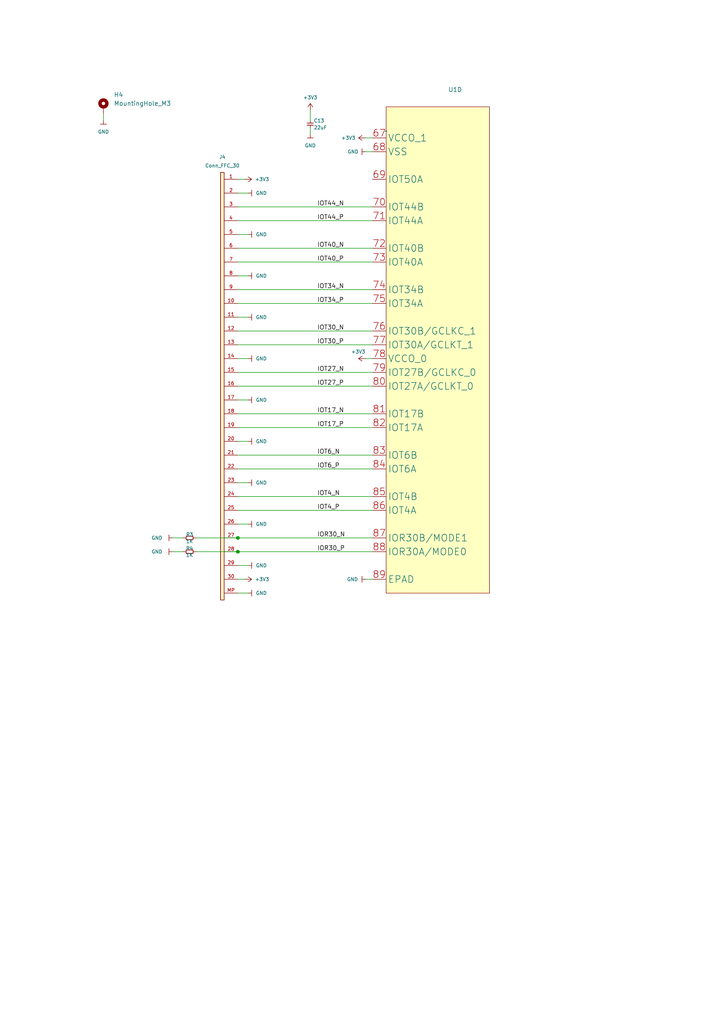
<source format=kicad_sch>
(kicad_sch (version 20231120) (generator "eeschema") (generator_version "8.0")
  (paper "A4" portrait)
  (lib_symbols
    (symbol "AI6YP:+3V3" (power) (pin_names (offset 0))
      (property "Value" "+3V3" (at 0 4 0))
      (symbol "+3V3_0_1"
        (polyline (pts (xy 0 0) (xy 0 2)))
        (polyline (pts (xy -0.7 1) (xy 0 2) (xy 0.7 1)))
      )
      (symbol "+3V3_1_1"
        (pin power_in line (at 0 0 90) (length 0) hide (name "+3V3") (number "1"))
      )
    )
    (symbol "AI6YP:C" (pin_numbers hide) (pin_names (offset 0.254))
      (property "Reference" "C" (at 1 2 0))
      (property "Value" "C" (at 1 -2 0))
      (symbol "C_1_1"
        (polyline (pts (xy -0.9 -0.3) (xy 0.9 -0.3)) (stroke (width 0.2)))
        (polyline (pts (xy -0.9 0.3) (xy 0.9 0.3)) (stroke (width 0.2)))
        (pin passive line (at 0 1 270) (length 0.7) (name "~") (number "1"))
        (pin passive line (at 0 -1 90) (length 0.7) (name "~") (number "2"))
      )
    )
    (symbol "AI6YP:Conn_FFC_30" (pin_names (offset 1.016) hide)
      (property "Reference" "J" (at -20 65 0))
      (property "Value" "Conn_FFC_30" (at -20 -68 0))
      (symbol "Conn_FFC_30_1_1"
        (rectangle (start -20 62) (end -19 -62) (stroke (width 0.2)) (fill (type background)))
        (pin passive line (at -15 60 180) (length 4) (name "Pin_1") (number "1"))
        (pin passive line (at -15 24 180) (length 4) (name "Pin_10") (number "10"))
        (pin passive line (at -15 20 180) (length 4) (name "Pin_11") (number "11"))
        (pin passive line (at -15 16 180) (length 4) (name "Pin_12") (number "12"))
        (pin passive line (at -15 12 180) (length 4) (name "Pin_13") (number "13"))
        (pin passive line (at -15 8 180) (length 4) (name "Pin_14") (number "14"))
        (pin passive line (at -15 4 180) (length 4) (name "Pin_15") (number "15"))
        (pin passive line (at -15 0 180) (length 4) (name "Pin_16") (number "16"))
        (pin passive line (at -15 -4 180) (length 4) (name "Pin_17") (number "17"))
        (pin passive line (at -15 -8 180) (length 4) (name "Pin_18") (number "18"))
        (pin passive line (at -15 -12 180) (length 4) (name "Pin_19") (number "19"))
        (pin passive line (at -15 56 180) (length 4) (name "Pin_2") (number "2"))
        (pin passive line (at -15 -16 180) (length 4) (name "Pin_20") (number "20"))
        (pin passive line (at -15 -20 180) (length 4) (name "Pin_21") (number "21"))
        (pin passive line (at -15 -24 180) (length 4) (name "Pin_22") (number "22"))
        (pin passive line (at -15 -28 180) (length 4) (name "Pin_23") (number "23"))
        (pin passive line (at -15 -32 180) (length 4) (name "Pin_24") (number "24"))
        (pin passive line (at -15 -36 180) (length 4) (name "Pin_25") (number "25"))
        (pin passive line (at -15 -40 180) (length 4) (name "Pin_26") (number "26"))
        (pin passive line (at -15 -44 180) (length 4) (name "Pin_27") (number "27"))
        (pin passive line (at -15 -48 180) (length 4) (name "Pin_28") (number "28"))
        (pin passive line (at -15 -52 180) (length 4) (name "Pin_29") (number "29"))
        (pin passive line (at -15 52 180) (length 4) (name "Pin_3") (number "3"))
        (pin passive line (at -15 -56 180) (length 4) (name "Pin_30") (number "30"))
        (pin passive line (at -15 48 180) (length 4) (name "Pin_4") (number "4"))
        (pin passive line (at -15 44 180) (length 4) (name "Pin_5") (number "5"))
        (pin passive line (at -15 40 180) (length 4) (name "Pin_6") (number "6"))
        (pin passive line (at -15 36 180) (length 4) (name "Pin_7") (number "7"))
        (pin passive line (at -15 32 180) (length 4) (name "Pin_8") (number "8"))
        (pin passive line (at -15 28 180) (length 4) (name "Pin_9") (number "9"))
        (pin passive line (at -15 -60 180) (length 4) (name "Pin_MP") (number "MP"))
      )
    )
    (symbol "AI6YP:GND" (power) (pin_names (offset 0))
      (property "Value" "GND" (at 0 -2 0))
      (symbol "GND_0_1"
        (polyline (pts (xy -0.9 -1) (xy 0.9 -1)))
        (polyline (pts (xy 0 0) (xy 0 -1)))
      )
      (symbol "GND_1_1"
        (pin power_in line (at 0 0 270) (length 0) hide (name "GND") (number "1"))
      )
    )
    (symbol "AI6YP:GW2AR-88" (pin_names (offset 0.5))
      (property "Reference" "U" (at 15 -118 0))
      (symbol "GW2AR-88_1_1"
        (rectangle (start 0 4) (end 40 -126) (fill (type background)))
        (pin power_in line (at -4 0 0) (length 4) (name "VCORE") (number "1"))
        (pin bidirectional line (at -4 -60 0) (length 4) (name "IOL29A/GCLKT_6") (number "10"))
        (pin bidirectional line (at -4 -64 0) (length 4) (name "IOL29B/GCLKC_6") (number "11"))
        (pin power_in line (at -4 -68 0) (length 4) (name "VCCX/VCCO_2/6/7") (number "12"))
        (pin bidirectional line (at -4 -72 0) (length 4) (name "IOL45A/LPLL2_T_in") (number "13"))
        (pin power_in line (at -4 -76 0) (length 4) (name "VCCPLLL_1") (number "14"))
        (pin bidirectional line (at -4 -84 0) (length 4) (name "IOL47A/LPLL2_T_fb") (number "15"))
        (pin bidirectional line (at -4 -88 0) (length 4) (name "IOL47B/LPLL2_C_fb") (number "16"))
        (pin bidirectional line (at -4 -96 0) (length 4) (name "IOL49A") (number "17"))
        (pin bidirectional line (at -4 -100 0) (length 4) (name "IOL49B") (number "18"))
        (pin bidirectional line (at -4 -108 0) (length 4) (name "IOL51A") (number "19"))
        (pin power_in line (at -4 -4 0) (length 4) (name "VSS") (number "2"))
        (pin bidirectional line (at -4 -112 0) (length 4) (name "IOL51B") (number "20"))
        (pin bidirectional line (at -4 -116 0) (length 4) (name "VSS") (number "21"))
        (pin bidirectional line (at -4 -120 0) (length 4) (name "VCORE") (number "22"))
        (pin bidirectional line (at -4 -8 0) (length 4) (name "VCCX/VCCO_2/6/7") (number "3"))
        (pin bidirectional line (at -4 -24 0) (length 4) (name "IOL7a/LPLL1_T_in") (number "4"))
        (pin bidirectional line (at -4 -28 0) (length 4) (name "IOR25B/TMS") (number "5"))
        (pin bidirectional line (at -4 -36 0) (length 4) (name "IOR26A/TCK") (number "6"))
        (pin bidirectional line (at -4 -40 0) (length 4) (name "IOR26B/TDI") (number "7"))
        (pin bidirectional line (at -4 -48 0) (length 4) (name "IOR25A/TDO") (number "8"))
        (pin bidirectional line (at -4 -52 0) (length 4) (name "IOR31B/RECONFIG_N") (number "9"))
      )
      (symbol "GW2AR-88_2_1"
        (rectangle (start 0 10) (end 30 -115) (fill (type background)))
        (pin power_in line (at -4 7 0) (length 4) (name "VCCO_5") (number "23"))
        (pin power_in line (at -4 3 0) (length 4) (name "VSS") (number "24"))
        (pin bidirectional line (at -4 -1 0) (length 4) (name "IOB6A") (number "25"))
        (pin bidirectional line (at -4 -5 0) (length 4) (name "IOB6B") (number "26"))
        (pin bidirectional line (at -4 -13 0) (length 4) (name "IOB8A") (number "27"))
        (pin bidirectional line (at -4 -17 0) (length 4) (name "IOB8B") (number "28"))
        (pin bidirectional line (at -4 -25 0) (length 4) (name "IOB14A") (number "29"))
        (pin bidirectional line (at -4 -29 0) (length 4) (name "IOB14B") (number "30"))
        (pin bidirectional line (at -4 -37 0) (length 4) (name "IOB18A") (number "31"))
        (pin bidirectional line (at -4 -41 0) (length 4) (name "IOB18B") (number "32"))
        (pin bidirectional line (at -4 -49 0) (length 4) (name "IOB24A") (number "33"))
        (pin bidirectional line (at -4 -53 0) (length 4) (name "IOB24B") (number "34"))
        (pin bidirectional line (at -4 -61 0) (length 4) (name "IOB30A/GCLKT_4") (number "35"))
        (pin bidirectional line (at -4 -65 0) (length 4) (name "IOB30B/GCLKV_4") (number "36"))
        (pin bidirectional line (at -4 -73 0) (length 4) (name "IOB34A") (number "37"))
        (pin bidirectional line (at -4 -77 0) (length 4) (name "IOB34B") (number "38"))
        (pin bidirectional line (at -4 -85 0) (length 4) (name "IOB40A") (number "39"))
        (pin bidirectional line (at -4 -89 0) (length 4) (name "IOB40B") (number "40"))
        (pin bidirectional line (at -4 -97 0) (length 4) (name "IOB43A") (number "41"))
        (pin bidirectional line (at -4 -101 0) (length 4) (name "IOB42B") (number "42"))
        (pin power_in line (at -4 -109 0) (length 4) (name "VSS") (number "43"))
        (pin power_in line (at -4 -113 0) (length 4) (name "VCCO_4") (number "44"))
      )
      (symbol "GW2AR-88_3_1"
        (rectangle (start 0 10) (end 40 -120) (fill (type background)))
        (pin power_in line (at -4 4 0) (length 4) (name "VCORE") (number "45"))
        (pin power_in line (at -4 0 0) (length 4) (name "VSS") (number "46"))
        (pin bidirectional line (at -4 -8 0) (length 4) (name "EXTR") (number "47"))
        (pin bidirectional line (at -4 -12 0) (length 4) (name "IOR49B") (number "48"))
        (pin bidirectional line (at -4 -16 0) (length 4) (name "IOR49A") (number "49"))
        (pin power_in line (at -4 -20 0) (length 4) (name "VCCPLLR_1") (number "50"))
        (pin bidirectional line (at -4 -24 0) (length 4) (name "IOR45A/RPLL2_T_in") (number "51"))
        (pin bidirectional line (at -4 -28 0) (length 4) (name "IOR39A/SCLK") (number "52"))
        (pin bidirectional line (at -4 -36 0) (length 4) (name "IOR38B/DOUT/WE_N") (number "53"))
        (pin bidirectional line (at -4 -40 0) (length 4) (name "IOR38A/DIN/CLKHOLD_N") (number "54"))
        (pin bidirectional line (at -4 -48 0) (length 4) (name "IOR36B/SSPI_CS_N/D0") (number "55"))
        (pin bidirectional line (at -4 -52 0) (length 4) (name "IOR36A/SO/D1") (number "56"))
        (pin bidirectional line (at -4 -64 0) (length 4) (name "IOR35A/FASTRD_N/D3") (number "57"))
        (pin power_in line (at -4 -68 0) (length 4) (name "VCCO_3") (number "58"))
        (pin bidirectional line (at -4 -72 0) (length 4) (name "IOR34B/MCLK/D4") (number "59"))
        (pin bidirectional line (at -4 -76 0) (length 4) (name "IOR34A/MCS_N/D5") (number "60"))
        (pin bidirectional line (at -4 -84 0) (length 4) (name "IOR33B/MO/D6") (number "61"))
        (pin bidirectional line (at -4 -88 0) (length 4) (name "IOR33A/MI/D7") (number "62"))
        (pin bidirectional line (at -4 -100 0) (length 4) (name "IOR29A/GCLKT_3") (number "63"))
        (pin bidirectional line (at -4 -104 0) (length 4) (name "VCCX/VCCO_2/5/7") (number "64"))
        (pin power_in line (at -4 -112 0) (length 4) (name "VSS") (number "65"))
        (pin power_in line (at -4 -116 0) (length 4) (name "VCORE") (number "66"))
      )
      (symbol "GW2AR-88_4_1"
        (rectangle (start 0 7) (end 30 -134) (fill (type background)))
        (pin power_in line (at -4 -2 0) (length 4) (name "VCCO_1") (number "67"))
        (pin power_in line (at -4 -6 0) (length 4) (name "VSS") (number "68"))
        (pin bidirectional line (at -4 -14 0) (length 4) (name "IOT50A") (number "69"))
        (pin bidirectional line (at -4 -22 0) (length 4) (name "IOT44B") (number "70"))
        (pin bidirectional line (at -4 -26 0) (length 4) (name "IOT44A") (number "71"))
        (pin bidirectional line (at -4 -34 0) (length 4) (name "IOT40B") (number "72"))
        (pin bidirectional line (at -4 -38 0) (length 4) (name "IOT40A") (number "73"))
        (pin bidirectional line (at -4 -46 0) (length 4) (name "IOT34B") (number "74"))
        (pin bidirectional line (at -4 -50 0) (length 4) (name "IOT34A") (number "75"))
        (pin bidirectional line (at -4 -58 0) (length 4) (name "IOT30B/GCLKC_1") (number "76"))
        (pin bidirectional line (at -4 -62 0) (length 4) (name "IOT30A/GCLKT_1") (number "77"))
        (pin power_in line (at -4 -66 0) (length 4) (name "VCCO_0") (number "78"))
        (pin bidirectional line (at -4 -70 0) (length 4) (name "IOT27B/GCLKC_0") (number "79"))
        (pin bidirectional line (at -4 -74 0) (length 4) (name "IOT27A/GCLKT_0") (number "80"))
        (pin bidirectional line (at -4 -82 0) (length 4) (name "IOT17B") (number "81"))
        (pin bidirectional line (at -4 -86 0) (length 4) (name "IOT17A") (number "82"))
        (pin bidirectional line (at -4 -94 0) (length 4) (name "IOT6B") (number "83"))
        (pin bidirectional line (at -4 -98 0) (length 4) (name "IOT6A") (number "84"))
        (pin bidirectional line (at -4 -106 0) (length 4) (name "IOT4B") (number "85"))
        (pin bidirectional line (at -4 -110 0) (length 4) (name "IOT4A") (number "86"))
        (pin bidirectional line (at -4 -118 0) (length 4) (name "IOR30B/MODE1") (number "87"))
        (pin bidirectional line (at -4 -122 0) (length 4) (name "IOR30A/MODE0") (number "88"))
        (pin power_in line (at -4 -130 0) (length 4) (name "EPAD") (number "89"))
      )
    )
    (symbol "AI6YP:MountingHole_M3" (pin_numbers hide) (pin_names (offset 1.016) hide)
      (property "Reference" "H" (at 0 6.35 0))
      (property "Value" "MountingHole_M3" (at 0 4.445 0))
      (symbol "MountingHole_M3_1_1"
        (circle (center 0 0) (radius 1) (stroke (width 1)))
        (pin input line (at 0 -3 90) (length 2) (name "1") (number "1"))
      )
    )
    (symbol "AI6YP:R" (pin_numbers hide) (pin_names (offset 0))
      (property "Reference" "R" (at 2 0 90))
      (property "Value" "R" (at 0 0 90))
      (symbol "R_1_1"
        (rectangle (start -0.5 1) (end 0.5 -1) (stroke (width 0.2)))
        (pin passive line (at 0 2 270) (length 1) (name "~") (number "1"))
        (pin passive line (at 0 -2 90) (length 1) (name "~") (number "2"))
      )
    )
  )
  (junction (at 69 160))
  (junction (at 69 156))
  (wire (pts (xy 69 84) (xy 108 84)))
  (wire (pts (xy 69 92) (xy 72 92)))
  (wire (pts (xy 69 80) (xy 72 80)))
  (wire (pts (xy 69 160) (xy 108 160)))
  (wire (pts (xy 69 156) (xy 108 156)))
  (wire (pts (xy 69 76) (xy 108 76)))
  (wire (pts (xy 69 108) (xy 108 108)))
  (wire (pts (xy 69 100) (xy 108 100)))
  (wire (pts (xy 69 124) (xy 108 124)))
  (wire (pts (xy 69 52) (xy 71 52)))
  (wire (pts (xy 69 64) (xy 108 64)))
  (wire (pts (xy 69 116) (xy 72 116)))
  (wire (pts (xy 69 104) (xy 72 104)))
  (wire (pts (xy 69 140) (xy 72 140)))
  (wire (pts (xy 69 128) (xy 72 128)))
  (wire (pts (xy 90 32) (xy 90 35)))
  (wire (pts (xy 69 144) (xy 108 144)))
  (wire (pts (xy 69 88) (xy 108 88)))
  (wire (pts (xy 69 148) (xy 108 148)))
  (wire (pts (xy 106 168) (xy 108 168)))
  (wire (pts (xy 69 132) (xy 108 132)))
  (wire (pts (xy 69 136) (xy 108 136)))
  (wire (pts (xy 57 160) (xy 69 160)))
  (wire (pts (xy 69 164) (xy 72 164)))
  (wire (pts (xy 69 152) (xy 72 152)))
  (wire (pts (xy 69 172) (xy 72 172)))
  (wire (pts (xy 106 40) (xy 108 40)))
  (wire (pts (xy 90 37) (xy 90 39)))
  (wire (pts (xy 69 120) (xy 108 120)))
  (wire (pts (xy 106 104) (xy 108 104)))
  (wire (pts (xy 106 44) (xy 108 44)))
  (wire (pts (xy 50 156) (xy 53 156)))
  (wire (pts (xy 69 168) (xy 71 168)))
  (wire (pts (xy 69 60) (xy 108 60)))
  (wire (pts (xy 69 96) (xy 108 96)))
  (wire (pts (xy 69 72) (xy 108 72)))
  (wire (pts (xy 69 112) (xy 108 112)))
  (wire (pts (xy 69 56) (xy 72 56)))
  (wire (pts (xy 50 160) (xy 53 160)))
  (wire (pts (xy 30 33) (xy 30 35)))
  (wire (pts (xy 57 156) (xy 69 156)))
  (wire (pts (xy 69 68) (xy 72 68)))
  (label "IOR30_N" (at 92 156 0))
  (label "IOT27_P" (at 92 112 0))
  (label "IOT6_N" (at 92 132 0))
  (label "IOT4_P" (at 92 148 0))
  (label "IOT40_P" (at 92 76 0))
  (label "IOT27_N" (at 92 108 0))
  (label "IOT30_P" (at 92 100 0))
  (label "IOT30_N" (at 92 96 0))
  (label "IOT44_P" (at 92 64 0))
  (label "IOR30_P" (at 92 160 0))
  (label "IOT44_N" (at 92 60 0))
  (label "IOT34_P" (at 92 88 0))
  (label "IOT40_N" (at 92 72 0))
  (label "IOT34_N" (at 92 84 0))
  (label "IOT4_N" (at 92 144 0))
  (label "IOT17_P" (at 92 124 0))
  (label "IOT6_P" (at 92 136 0))
  (label "IOT17_N" (at 92 120 0))
  (symbol (lib_id "AI6YP:GND") (at 72 164 90) (unit 1)
    (property "Reference" "#PWR073" (effects (hide yes)))
    (property "Value" "GND" (at 74.19 163.9999 90) (effects (font (size 1 1)) (justify right)))
  )
  (symbol (lib_id "AI6YP:+3V3") (at 106 40 90) (unit 1)
    (property "Reference" "#PWR037" (effects (hide yes)))
    (property "Value" "+3V3" (at 103.13 39.9999 90) (effects (font (size 1 1)) (justify left)))
  )
  (symbol (lib_id "AI6YP:GND") (at 50 156 270) (unit 1)
    (property "Reference" "#PWR079" (effects (hide yes)))
    (property "Value" "GND" (at 47.13 155.9999 90) (effects (font (size 1 1)) (justify right)))
  )
  (symbol (lib_id "AI6YP:GND") (at 72 140 90) (unit 1)
    (property "Reference" "#PWR071" (effects (hide yes)))
    (property "Value" "GND" (at 74.19 139.9999 90) (effects (font (size 1 1)) (justify right)))
  )
  (symbol (lib_id "AI6YP:GND") (at 72 68 90) (unit 1)
    (property "Reference" "#PWR065" (effects (hide yes)))
    (property "Value" "GND" (at 74.19 67.9999 90) (effects (font (size 1 1)) (justify right)))
  )
  (symbol (lib_id "AI6YP:GND") (at 72 104 90) (unit 1)
    (property "Reference" "#PWR068" (effects (hide yes)))
    (property "Value" "GND" (at 74.19 103.9999 90) (effects (font (size 1 1)) (justify right)))
  )
  (symbol (lib_id "AI6YP:GND") (at 72 116 90) (unit 1)
    (property "Reference" "#PWR069" (effects (hide yes)))
    (property "Value" "GND" (at 74.19 115.9999 90) (effects (font (size 1 1)) (justify right)))
  )
  (symbol (lib_id "AI6YP:MountingHole_M3") (at 30 30 0) (unit 1)
    (property "Reference" "H4" (at 33.02 27.46 0) (effects (justify left)))
    (property "Value" "MountingHole_M3" (at 33.02 30 0) (effects (justify left)))
    (property "Footprint" "AI6YP:MountingHole_3.2mm_M3_Pad_Via" (effects (hide yes)))
  )
  (symbol (lib_id "AI6YP:GND") (at 72 152 90) (unit 1)
    (property "Reference" "#PWR072" (effects (hide yes)))
    (property "Value" "GND" (at 74.19 151.9999 90) (effects (font (size 1 1)) (justify right)))
  )
  (symbol (lib_id "AI6YP:C") (at 90 36 0) (unit 1)
    (property "Reference" "C13" (at 91 35 0) (effects (font (size 1 1)) (justify left)))
    (property "Value" "22uF" (at 91 37 0) (effects (font (size 1 1)) (justify left)))
    (property "Footprint" "AI6YP:C_0603_1608Metric" (effects (hide yes)))
  )
  (symbol (lib_id "AI6YP:+3V3") (at 71 168 270) (unit 1)
    (property "Reference" "#PWR0122" (effects (hide yes)))
    (property "Value" "+3V3" (at 73.92 167.9999 90) (effects (font (size 1 1)) (justify left)))
  )
  (symbol (lib_id "AI6YP:GND") (at 90 39 0) (unit 1)
    (property "Reference" "#PWR0112" (effects (hide yes)))
    (property "Value" "GND" (at 90 42.22 0) (effects (font (size 1 1))))
  )
  (symbol (lib_id "AI6YP:Conn_FFC_30") (at 84 112 0) (unit 1)
    (property "Reference" "J4" (at 64.5 45.5 0) (effects (font (size 1 1))))
    (property "Value" "Conn_FFC_30" (at 64.5 48.04 0) (effects (font (size 1 1))))
    (property "Footprint" "AI6YP:Hirose_FH12-30S-0.5SH_1x30-1MP_P0.50mm_Horizontal" (effects (hide yes)))
  )
  (symbol (lib_id "AI6YP:GND") (at 72 172 90) (unit 1)
    (property "Reference" "#PWR074" (effects (hide yes)))
    (property "Value" "GND" (at 74.19 171.9999 90) (effects (font (size 1 1)) (justify right)))
  )
  (symbol (lib_id "AI6YP:+3V3") (at 71 52 270) (unit 1)
    (property "Reference" "#PWR0123" (effects (hide yes)))
    (property "Value" "+3V3" (at 73.92 51.9999 90) (effects (font (size 1 1)) (justify left)))
  )
  (symbol (lib_id "AI6YP:GND") (at 72 56 90) (unit 1)
    (property "Reference" "#PWR064" (effects (hide yes)))
    (property "Value" "GND" (at 74.19 55.9999 90) (effects (font (size 1 1)) (justify right)))
  )
  (symbol (lib_id "AI6YP:GW2AR-88") (at 112 38 0) (unit 4)
    (property "Reference" "U1" (at 130 26 0) (effects (justify left)))
    (property "Value" "~" (at 112 38 0))
    (property "Footprint" "AI6YP:QFN-88-10x10mm-P0.4mm-EP6.74x6.74mm" (effects (hide yes)))
    (property "Datasheet" "https://cdn.gowinsemi.com.cn/DS226E.pdf" (effects (hide yes)))
  )
  (symbol (lib_id "AI6YP:+3V3") (at 106 104 90) (unit 1)
    (property "Reference" "#PWR038" (effects (hide yes)))
    (property "Value" "+3V3" (at 106 102 90) (effects (font (size 1 1)) (justify left)))
  )
  (symbol (lib_id "AI6YP:R") (at 55 160 90) (unit 1)
    (property "Reference" "R4" (at 55 159 90) (effects (font (size 1 1))))
    (property "Value" "1K" (at 55 161 90) (effects (font (size 1 1))))
    (property "Footprint" "AI6YP:R_0603_1608Metric" (effects (hide yes)))
  )
  (symbol (lib_id "AI6YP:GND") (at 72 128 90) (unit 1)
    (property "Reference" "#PWR070" (effects (hide yes)))
    (property "Value" "GND" (at 74.19 127.9999 90) (effects (font (size 1 1)) (justify right)))
  )
  (symbol (lib_id "AI6YP:GND") (at 72 80 90) (unit 1)
    (property "Reference" "#PWR066" (effects (hide yes)))
    (property "Value" "GND" (at 74.19 79.9999 90) (effects (font (size 1 1)) (justify right)))
  )
  (symbol (lib_id "AI6YP:GND") (at 106 168 270) (unit 1)
    (property "Reference" "#PWR0124" (effects (hide yes)))
    (property "Value" "GND" (at 103.86 167.9999 90) (effects (font (size 1 1)) (justify right)))
  )
  (symbol (lib_id "AI6YP:R") (at 55 156 90) (unit 1)
    (property "Reference" "R3" (at 55 155 90) (effects (font (size 1 1))))
    (property "Value" "1K" (at 55 157 90) (effects (font (size 1 1))))
    (property "Footprint" "AI6YP:R_0603_1608Metric" (effects (hide yes)))
  )
  (symbol (lib_id "AI6YP:GND") (at 30 35 0) (unit 1)
    (property "Reference" "#PWR033" (effects (hide yes)))
    (property "Value" "GND" (at 30 38.22 0) (effects (font (size 1 1))))
  )
  (symbol (lib_id "AI6YP:GND") (at 106 44 270) (unit 1)
    (property "Reference" "#PWR035" (effects (hide yes)))
    (property "Value" "GND" (at 104 44 90) (effects (font (size 1 1)) (justify right)))
  )
  (symbol (lib_id "AI6YP:+3V3") (at 90 32 0) (unit 1)
    (property "Reference" "#PWR0111" (effects (hide yes)))
    (property "Value" "+3V3" (at 90 28.28 0) (effects (font (size 1 1))))
  )
  (symbol (lib_id "AI6YP:GND") (at 72 92 90) (unit 1)
    (property "Reference" "#PWR067" (effects (hide yes)))
    (property "Value" "GND" (at 74.19 91.9999 90) (effects (font (size 1 1)) (justify right)))
  )
  (symbol (lib_id "AI6YP:GND") (at 50 160 270) (unit 1)
    (property "Reference" "#PWR080" (effects (hide yes)))
    (property "Value" "GND" (at 47.13 159.9999 90) (effects (font (size 1 1)) (justify right)))
  )
)
</source>
